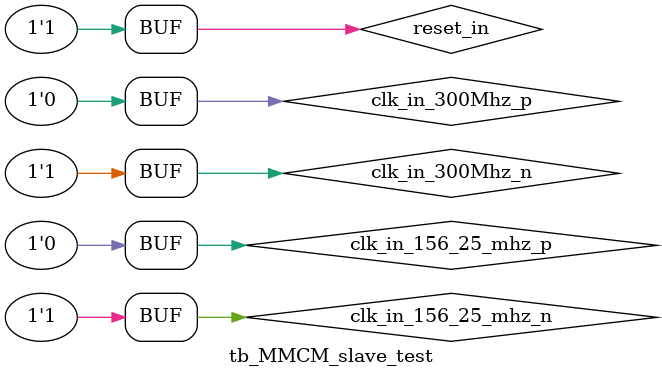
<source format=sv>
`timescale 1ps/1ps


module tb_MMCM_slave_test ();

reg reset_in = 1'b1;
reg clk_in_300Mhz_p = 1'b0;
reg clk_in_300Mhz_n = 1'b1;
reg clk_in_156_25_mhz_p = 1'b0;
reg clk_in_156_25_mhz_n = 1'b1;

MMCM_slave_test U_MMCM_slave_test (
    .reset_in(reset_in),
    .clk_in_300Mhz_p(reset_in),
    .clk_in_300Mhz_n(reset_in),
    .clk_in_156_25_mhz_p(reset_in),
    .clk_in_156_25_mhz_n(clk_in_156_25_mhz_n)

);

endmodule

</source>
